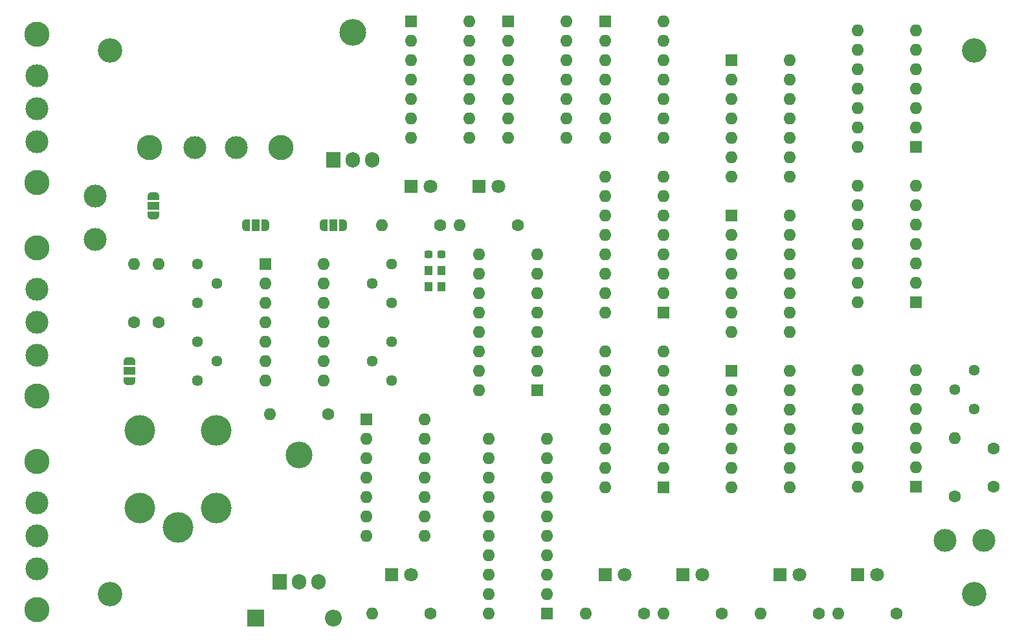
<source format=gts>
%TF.GenerationSoftware,KiCad,Pcbnew,8.0.2*%
%TF.CreationDate,2024-05-19T17:08:04+01:00*%
%TF.ProjectId,New BSPD,4e657720-4253-4504-942e-6b696361645f,rev?*%
%TF.SameCoordinates,Original*%
%TF.FileFunction,Soldermask,Top*%
%TF.FilePolarity,Negative*%
%FSLAX46Y46*%
G04 Gerber Fmt 4.6, Leading zero omitted, Abs format (unit mm)*
G04 Created by KiCad (PCBNEW 8.0.2) date 2024-05-19 17:08:04*
%MOMM*%
%LPD*%
G01*
G04 APERTURE LIST*
G04 Aperture macros list*
%AMRoundRect*
0 Rectangle with rounded corners*
0 $1 Rounding radius*
0 $2 $3 $4 $5 $6 $7 $8 $9 X,Y pos of 4 corners*
0 Add a 4 corners polygon primitive as box body*
4,1,4,$2,$3,$4,$5,$6,$7,$8,$9,$2,$3,0*
0 Add four circle primitives for the rounded corners*
1,1,$1+$1,$2,$3*
1,1,$1+$1,$4,$5*
1,1,$1+$1,$6,$7*
1,1,$1+$1,$8,$9*
0 Add four rect primitives between the rounded corners*
20,1,$1+$1,$2,$3,$4,$5,0*
20,1,$1+$1,$4,$5,$6,$7,0*
20,1,$1+$1,$6,$7,$8,$9,0*
20,1,$1+$1,$8,$9,$2,$3,0*%
%AMFreePoly0*
4,1,19,0.550000,-0.750000,0.000000,-0.750000,0.000000,-0.744911,-0.071157,-0.744911,-0.207708,-0.704816,-0.327430,-0.627875,-0.420627,-0.520320,-0.479746,-0.390866,-0.500000,-0.250000,-0.500000,0.250000,-0.479746,0.390866,-0.420627,0.520320,-0.327430,0.627875,-0.207708,0.704816,-0.071157,0.744911,0.000000,0.744911,0.000000,0.750000,0.550000,0.750000,0.550000,-0.750000,0.550000,-0.750000,
$1*%
%AMFreePoly1*
4,1,19,0.000000,0.744911,0.071157,0.744911,0.207708,0.704816,0.327430,0.627875,0.420627,0.520320,0.479746,0.390866,0.500000,0.250000,0.500000,-0.250000,0.479746,-0.390866,0.420627,-0.520320,0.327430,-0.627875,0.207708,-0.704816,0.071157,-0.744911,0.000000,-0.744911,0.000000,-0.750000,-0.550000,-0.750000,-0.550000,0.750000,0.000000,0.750000,0.000000,0.744911,0.000000,0.744911,
$1*%
G04 Aperture macros list end*
%ADD10C,3.200000*%
%ADD11R,1.800000X1.800000*%
%ADD12C,1.800000*%
%ADD13C,1.600000*%
%ADD14O,1.600000X1.600000*%
%ADD15FreePoly0,90.000000*%
%ADD16R,1.500000X1.000000*%
%ADD17FreePoly1,90.000000*%
%ADD18R,1.600000X1.600000*%
%ADD19C,1.440000*%
%ADD20C,4.000000*%
%ADD21C,3.000000*%
%ADD22C,3.300000*%
%ADD23O,3.500000X3.500000*%
%ADD24R,1.905000X2.000000*%
%ADD25O,1.905000X2.000000*%
%ADD26RoundRect,0.237500X-0.300000X-0.237500X0.300000X-0.237500X0.300000X0.237500X-0.300000X0.237500X0*%
%ADD27FreePoly0,0.000000*%
%ADD28R,1.000000X1.500000*%
%ADD29FreePoly1,0.000000*%
%ADD30R,1.100000X1.300000*%
%ADD31R,2.200000X2.200000*%
%ADD32O,2.200000X2.200000*%
G04 APERTURE END LIST*
D10*
%TO.C,MNT4*%
X81280000Y-100330000D03*
%TD*%
D11*
%TO.C,D7*%
X179070000Y-97790000D03*
D12*
X181610000Y-97790000D03*
%TD*%
D13*
%TO.C,R10*%
X184150000Y-102870000D03*
D14*
X176530000Y-102870000D03*
%TD*%
D11*
%TO.C,D4*%
X156210000Y-97790000D03*
D12*
X158750000Y-97790000D03*
%TD*%
D15*
%TO.C,JP1*%
X86995000Y-50830000D03*
D16*
X86995000Y-49530000D03*
D17*
X86995000Y-48230000D03*
%TD*%
D18*
%TO.C,U12*%
X138430000Y-102870000D03*
D14*
X138430000Y-100330000D03*
X138430000Y-97790000D03*
X138430000Y-95250000D03*
X138430000Y-92710000D03*
X138430000Y-90170000D03*
X138430000Y-87630000D03*
X138430000Y-85090000D03*
X138430000Y-82550000D03*
X138430000Y-80010000D03*
X130810000Y-80010000D03*
X130810000Y-82550000D03*
X130810000Y-85090000D03*
X130810000Y-87630000D03*
X130810000Y-90170000D03*
X130810000Y-92710000D03*
X130810000Y-95250000D03*
X130810000Y-97790000D03*
X130810000Y-100330000D03*
X130810000Y-102870000D03*
%TD*%
D18*
%TO.C,U3*%
X133350000Y-25400000D03*
D14*
X133350000Y-27940000D03*
X133350000Y-30480000D03*
X133350000Y-33020000D03*
X133350000Y-35560000D03*
X133350000Y-38100000D03*
X133350000Y-40640000D03*
X140970000Y-40640000D03*
X140970000Y-38100000D03*
X140970000Y-35560000D03*
X140970000Y-33020000D03*
X140970000Y-30480000D03*
X140970000Y-27940000D03*
X140970000Y-25400000D03*
%TD*%
D18*
%TO.C,U5*%
X162560000Y-50800000D03*
D14*
X162560000Y-53340000D03*
X162560000Y-55880000D03*
X162560000Y-58420000D03*
X162560000Y-60960000D03*
X162560000Y-63500000D03*
X162560000Y-66040000D03*
X170180000Y-66040000D03*
X170180000Y-63500000D03*
X170180000Y-60960000D03*
X170180000Y-58420000D03*
X170180000Y-55880000D03*
X170180000Y-53340000D03*
X170180000Y-50800000D03*
%TD*%
D10*
%TO.C,MNT1*%
X194310000Y-29210000D03*
%TD*%
D13*
%TO.C,R11*%
X123190000Y-102870000D03*
D14*
X115570000Y-102870000D03*
%TD*%
D19*
%TO.C,RV2*%
X92700000Y-57155000D03*
X95240000Y-59695000D03*
X92700000Y-62235000D03*
%TD*%
%TO.C,RV3*%
X118100000Y-72395000D03*
X115560000Y-69855000D03*
X118100000Y-67315000D03*
%TD*%
D13*
%TO.C,C1*%
X196850000Y-81280000D03*
X196850000Y-86280000D03*
%TD*%
D18*
%TO.C,U11*%
X146050000Y-25400000D03*
D14*
X146050000Y-27940000D03*
X146050000Y-30480000D03*
X146050000Y-33020000D03*
X146050000Y-35560000D03*
X146050000Y-38100000D03*
X146050000Y-40640000D03*
X153670000Y-40640000D03*
X153670000Y-38100000D03*
X153670000Y-35560000D03*
X153670000Y-33020000D03*
X153670000Y-30480000D03*
X153670000Y-27940000D03*
X153670000Y-25400000D03*
%TD*%
D18*
%TO.C,U2*%
X114790000Y-77470000D03*
D14*
X114790000Y-80010000D03*
X114790000Y-82550000D03*
X114790000Y-85090000D03*
X114790000Y-87630000D03*
X114790000Y-90170000D03*
X114790000Y-92710000D03*
X122410000Y-92710000D03*
X122410000Y-90170000D03*
X122410000Y-87630000D03*
X122410000Y-85090000D03*
X122410000Y-82550000D03*
X122410000Y-80010000D03*
X122410000Y-77470000D03*
%TD*%
D19*
%TO.C,RV1*%
X118100000Y-62235000D03*
X115560000Y-59695000D03*
X118100000Y-57155000D03*
%TD*%
D18*
%TO.C,U6*%
X162560000Y-71120000D03*
D14*
X162560000Y-73660000D03*
X162560000Y-76200000D03*
X162560000Y-78740000D03*
X162560000Y-81280000D03*
X162560000Y-83820000D03*
X162560000Y-86360000D03*
X170180000Y-86360000D03*
X170180000Y-83820000D03*
X170180000Y-81280000D03*
X170180000Y-78740000D03*
X170180000Y-76200000D03*
X170180000Y-73660000D03*
X170180000Y-71120000D03*
%TD*%
D18*
%TO.C,U14*%
X153670000Y-63500000D03*
D14*
X153670000Y-60960000D03*
X153670000Y-58420000D03*
X153670000Y-55880000D03*
X153670000Y-53340000D03*
X153670000Y-50800000D03*
X153670000Y-48260000D03*
X153670000Y-45720000D03*
X146050000Y-45720000D03*
X146050000Y-48260000D03*
X146050000Y-50800000D03*
X146050000Y-53340000D03*
X146050000Y-55880000D03*
X146050000Y-58420000D03*
X146050000Y-60960000D03*
X146050000Y-63500000D03*
%TD*%
D18*
%TO.C,U13*%
X137160000Y-73660000D03*
D14*
X137160000Y-71120000D03*
X137160000Y-68580000D03*
X137160000Y-66040000D03*
X137160000Y-63500000D03*
X137160000Y-60960000D03*
X137160000Y-58420000D03*
X137160000Y-55880000D03*
X129540000Y-55880000D03*
X129540000Y-58420000D03*
X129540000Y-60960000D03*
X129540000Y-63500000D03*
X129540000Y-66040000D03*
X129540000Y-68580000D03*
X129540000Y-71120000D03*
X129540000Y-73660000D03*
%TD*%
D20*
%TO.C,K1*%
X95170000Y-89090000D03*
X85170000Y-89090000D03*
X95170000Y-78890000D03*
X90170000Y-91590000D03*
X85170000Y-78890000D03*
%TD*%
D13*
%TO.C,R3*%
X109855000Y-76835000D03*
D14*
X102235000Y-76835000D03*
%TD*%
D18*
%TO.C,U15*%
X153670000Y-86360000D03*
D14*
X153670000Y-83820000D03*
X153670000Y-81280000D03*
X153670000Y-78740000D03*
X153670000Y-76200000D03*
X153670000Y-73660000D03*
X153670000Y-71120000D03*
X153670000Y-68580000D03*
X146050000Y-68580000D03*
X146050000Y-71120000D03*
X146050000Y-73660000D03*
X146050000Y-76200000D03*
X146050000Y-78740000D03*
X146050000Y-81280000D03*
X146050000Y-83820000D03*
X146050000Y-86360000D03*
%TD*%
D13*
%TO.C,R8*%
X191770000Y-87550000D03*
D14*
X191770000Y-79930000D03*
%TD*%
D19*
%TO.C,RV4*%
X92700000Y-67315000D03*
X95240000Y-69855000D03*
X92700000Y-72395000D03*
%TD*%
D21*
%TO.C,TP4*%
X195580000Y-93345000D03*
%TD*%
D11*
%TO.C,D2*%
X146050000Y-97790000D03*
D12*
X148590000Y-97790000D03*
%TD*%
D22*
%TO.C,J3*%
X71750000Y-83010000D03*
X71750000Y-102410000D03*
D21*
X71750000Y-88410000D03*
X71750000Y-92710000D03*
X71750000Y-97010000D03*
%TD*%
D13*
%TO.C,R7*%
X134620000Y-52070000D03*
D14*
X127000000Y-52070000D03*
%TD*%
D13*
%TO.C,R9*%
X173990000Y-102870000D03*
D14*
X166370000Y-102870000D03*
%TD*%
D23*
%TO.C,Q1*%
X106045000Y-82105000D03*
D24*
X103505000Y-98765000D03*
D25*
X106045000Y-98765000D03*
X108585000Y-98765000D03*
%TD*%
D18*
%TO.C,U8*%
X186680000Y-62145000D03*
D14*
X186680000Y-59605000D03*
X186680000Y-57065000D03*
X186680000Y-54525000D03*
X186680000Y-51985000D03*
X186680000Y-49445000D03*
X186680000Y-46905000D03*
X179060000Y-46905000D03*
X179060000Y-49445000D03*
X179060000Y-51985000D03*
X179060000Y-54525000D03*
X179060000Y-57065000D03*
X179060000Y-59605000D03*
X179060000Y-62145000D03*
%TD*%
D22*
%TO.C,J2*%
X71750000Y-55070000D03*
X71750000Y-74470000D03*
D21*
X71750000Y-60470000D03*
X71750000Y-64770000D03*
X71750000Y-69070000D03*
%TD*%
D11*
%TO.C,D8*%
X118110000Y-97790000D03*
D12*
X120650000Y-97790000D03*
%TD*%
D18*
%TO.C,U9*%
X101600000Y-57150000D03*
D14*
X101600000Y-59690000D03*
X101600000Y-62230000D03*
X101600000Y-64770000D03*
X101600000Y-67310000D03*
X101600000Y-69850000D03*
X101600000Y-72390000D03*
X109220000Y-72390000D03*
X109220000Y-69850000D03*
X109220000Y-67310000D03*
X109220000Y-64770000D03*
X109220000Y-62230000D03*
X109220000Y-59690000D03*
X109220000Y-57150000D03*
%TD*%
D26*
%TO.C,C2*%
X122925000Y-55880000D03*
X124650000Y-55880000D03*
%TD*%
D11*
%TO.C,D6*%
X168910000Y-97790000D03*
D12*
X171450000Y-97790000D03*
%TD*%
D18*
%TO.C,U1*%
X120650000Y-25400000D03*
D14*
X120650000Y-27940000D03*
X120650000Y-30480000D03*
X120650000Y-33020000D03*
X120650000Y-35560000D03*
X120650000Y-38100000D03*
X120650000Y-40640000D03*
X128270000Y-40640000D03*
X128270000Y-38100000D03*
X128270000Y-35560000D03*
X128270000Y-33020000D03*
X128270000Y-30480000D03*
X128270000Y-27940000D03*
X128270000Y-25400000D03*
%TD*%
D11*
%TO.C,D3*%
X120650000Y-46990000D03*
D12*
X123190000Y-46990000D03*
%TD*%
D10*
%TO.C,MNT3*%
X81280000Y-29210000D03*
%TD*%
D23*
%TO.C,U16*%
X113030000Y-26860000D03*
D24*
X110490000Y-43520000D03*
D25*
X113030000Y-43520000D03*
X115570000Y-43520000D03*
%TD*%
D22*
%TO.C,J1*%
X71750000Y-27130000D03*
X71750000Y-46530000D03*
D21*
X71750000Y-32530000D03*
X71750000Y-36830000D03*
X71750000Y-41130000D03*
%TD*%
%TO.C,TP3*%
X190500000Y-93345000D03*
%TD*%
D15*
%TO.C,JP2*%
X83820000Y-72450000D03*
D16*
X83820000Y-71150000D03*
D17*
X83820000Y-69850000D03*
%TD*%
D27*
%TO.C,JP4*%
X99060000Y-52070000D03*
D28*
X100360000Y-52070000D03*
D29*
X101660000Y-52070000D03*
%TD*%
D21*
%TO.C,TP2*%
X79375000Y-53975000D03*
%TD*%
D11*
%TO.C,D5*%
X129540000Y-46990000D03*
D12*
X132080000Y-46990000D03*
%TD*%
D13*
%TO.C,R6*%
X161290000Y-102870000D03*
D14*
X153670000Y-102870000D03*
%TD*%
D13*
%TO.C,R5*%
X124460000Y-52070000D03*
D14*
X116840000Y-52070000D03*
%TD*%
D18*
%TO.C,U10*%
X186690000Y-86280000D03*
D14*
X186690000Y-83740000D03*
X186690000Y-81200000D03*
X186690000Y-78660000D03*
X186690000Y-76120000D03*
X186690000Y-73580000D03*
X186690000Y-71040000D03*
X179070000Y-71040000D03*
X179070000Y-73580000D03*
X179070000Y-76120000D03*
X179070000Y-78660000D03*
X179070000Y-81200000D03*
X179070000Y-83740000D03*
X179070000Y-86280000D03*
%TD*%
D30*
%TO.C,X1*%
X124650000Y-60105000D03*
X124650000Y-58005000D03*
X123000000Y-58005000D03*
X123000000Y-60105000D03*
%TD*%
D18*
%TO.C,U7*%
X186680000Y-41825000D03*
D14*
X186680000Y-39285000D03*
X186680000Y-36745000D03*
X186680000Y-34205000D03*
X186680000Y-31665000D03*
X186680000Y-29125000D03*
X186680000Y-26585000D03*
X179060000Y-26585000D03*
X179060000Y-29125000D03*
X179060000Y-31665000D03*
X179060000Y-34205000D03*
X179060000Y-36745000D03*
X179060000Y-39285000D03*
X179060000Y-41825000D03*
%TD*%
D31*
%TO.C,D1*%
X100330000Y-103505000D03*
D32*
X110490000Y-103505000D03*
%TD*%
D13*
%TO.C,R1*%
X84455000Y-64770000D03*
D14*
X84455000Y-57150000D03*
%TD*%
D10*
%TO.C,MNT2*%
X194310000Y-100330000D03*
%TD*%
D27*
%TO.C,JP3*%
X109220000Y-52070000D03*
D28*
X110520000Y-52070000D03*
D29*
X111820000Y-52070000D03*
%TD*%
D21*
%TO.C,TP1*%
X79375000Y-48260000D03*
%TD*%
D18*
%TO.C,U4*%
X162560000Y-30475000D03*
D14*
X162560000Y-33015000D03*
X162560000Y-35555000D03*
X162560000Y-38095000D03*
X162560000Y-40635000D03*
X162560000Y-43175000D03*
X162560000Y-45715000D03*
X170180000Y-45715000D03*
X170180000Y-43175000D03*
X170180000Y-40635000D03*
X170180000Y-38095000D03*
X170180000Y-35555000D03*
X170180000Y-33015000D03*
X170180000Y-30475000D03*
%TD*%
D22*
%TO.C,J4*%
X103680000Y-41910000D03*
X86500000Y-41910000D03*
D21*
X97790000Y-41910000D03*
X92390000Y-41910000D03*
%TD*%
D19*
%TO.C,RV5*%
X194310000Y-76120000D03*
X191770000Y-73580000D03*
X194310000Y-71040000D03*
%TD*%
D13*
%TO.C,R4*%
X151130000Y-102870000D03*
D14*
X143510000Y-102870000D03*
%TD*%
D13*
%TO.C,R2*%
X87630000Y-64770000D03*
D14*
X87630000Y-57150000D03*
%TD*%
M02*

</source>
